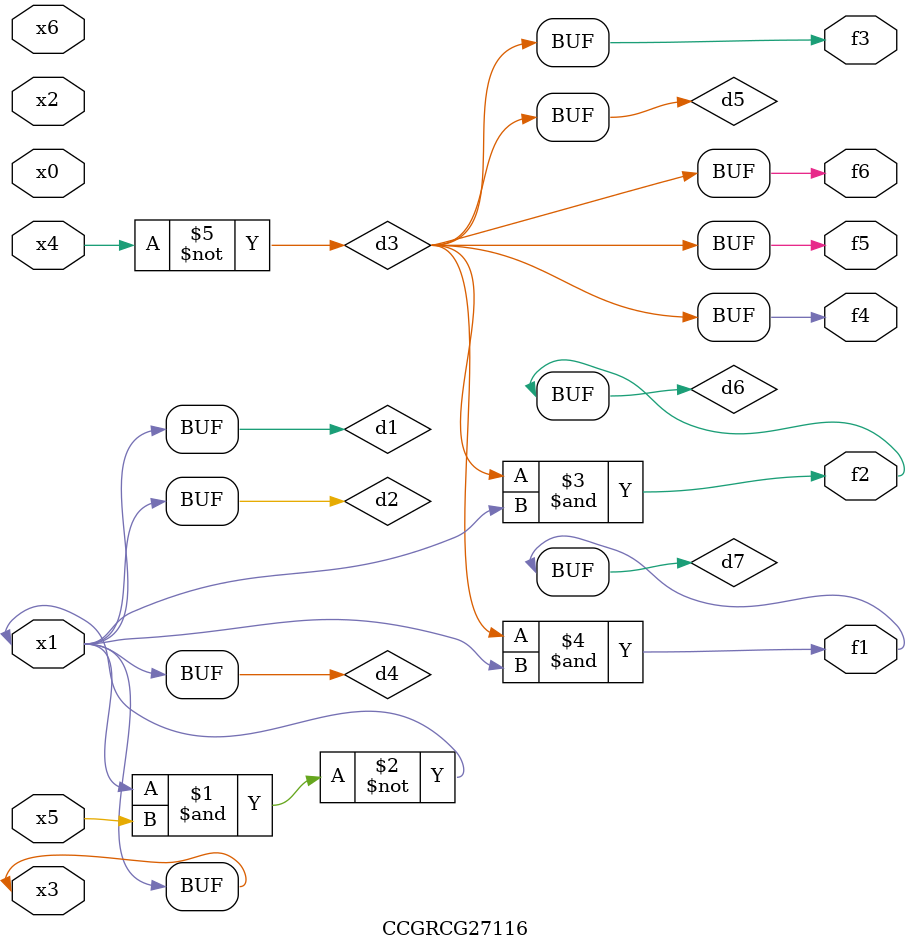
<source format=v>
module CCGRCG27116(
	input x0, x1, x2, x3, x4, x5, x6,
	output f1, f2, f3, f4, f5, f6
);

	wire d1, d2, d3, d4, d5, d6, d7;

	buf (d1, x1, x3);
	nand (d2, x1, x5);
	not (d3, x4);
	buf (d4, d1, d2);
	buf (d5, d3);
	and (d6, d3, d4);
	and (d7, d3, d4);
	assign f1 = d7;
	assign f2 = d6;
	assign f3 = d5;
	assign f4 = d5;
	assign f5 = d5;
	assign f6 = d5;
endmodule

</source>
